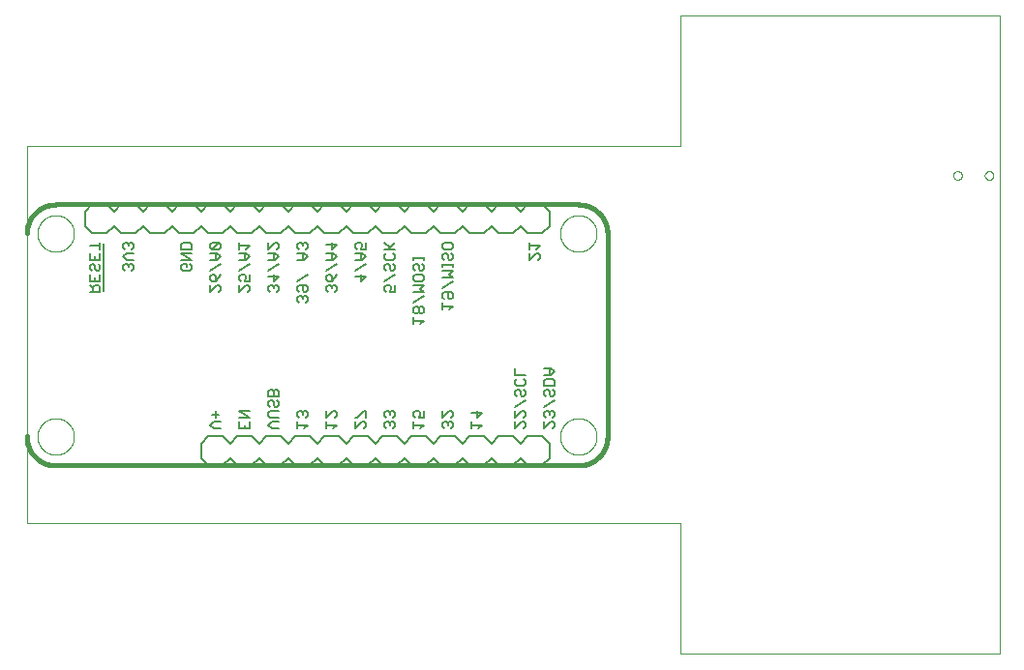
<source format=gbo>
G75*
%MOIN*%
%OFA0B0*%
%FSLAX25Y25*%
%IPPOS*%
%LPD*%
%AMOC8*
5,1,8,0,0,1.08239X$1,22.5*
%
%ADD10C,0.00000*%
%ADD11C,0.01600*%
%ADD12C,0.00600*%
%ADD13C,0.00800*%
D10*
X0001800Y0047550D02*
X0226800Y0047550D01*
X0226800Y0002550D01*
X0336800Y0002550D01*
X0336800Y0222550D01*
X0226800Y0222550D01*
X0226800Y0177550D01*
X0001800Y0177550D01*
X0001800Y0047550D01*
X0005501Y0077550D02*
X0005503Y0077708D01*
X0005509Y0077866D01*
X0005519Y0078024D01*
X0005533Y0078182D01*
X0005551Y0078339D01*
X0005572Y0078496D01*
X0005598Y0078652D01*
X0005628Y0078808D01*
X0005661Y0078963D01*
X0005699Y0079116D01*
X0005740Y0079269D01*
X0005785Y0079421D01*
X0005834Y0079572D01*
X0005887Y0079721D01*
X0005943Y0079869D01*
X0006003Y0080015D01*
X0006067Y0080160D01*
X0006135Y0080303D01*
X0006206Y0080445D01*
X0006280Y0080585D01*
X0006358Y0080722D01*
X0006440Y0080858D01*
X0006524Y0080992D01*
X0006613Y0081123D01*
X0006704Y0081252D01*
X0006799Y0081379D01*
X0006896Y0081504D01*
X0006997Y0081626D01*
X0007101Y0081745D01*
X0007208Y0081862D01*
X0007318Y0081976D01*
X0007431Y0082087D01*
X0007546Y0082196D01*
X0007664Y0082301D01*
X0007785Y0082403D01*
X0007908Y0082503D01*
X0008034Y0082599D01*
X0008162Y0082692D01*
X0008292Y0082782D01*
X0008425Y0082868D01*
X0008560Y0082952D01*
X0008696Y0083031D01*
X0008835Y0083108D01*
X0008976Y0083180D01*
X0009118Y0083250D01*
X0009262Y0083315D01*
X0009408Y0083377D01*
X0009555Y0083435D01*
X0009704Y0083490D01*
X0009854Y0083541D01*
X0010005Y0083588D01*
X0010157Y0083631D01*
X0010310Y0083670D01*
X0010465Y0083706D01*
X0010620Y0083737D01*
X0010776Y0083765D01*
X0010932Y0083789D01*
X0011089Y0083809D01*
X0011247Y0083825D01*
X0011404Y0083837D01*
X0011563Y0083845D01*
X0011721Y0083849D01*
X0011879Y0083849D01*
X0012037Y0083845D01*
X0012196Y0083837D01*
X0012353Y0083825D01*
X0012511Y0083809D01*
X0012668Y0083789D01*
X0012824Y0083765D01*
X0012980Y0083737D01*
X0013135Y0083706D01*
X0013290Y0083670D01*
X0013443Y0083631D01*
X0013595Y0083588D01*
X0013746Y0083541D01*
X0013896Y0083490D01*
X0014045Y0083435D01*
X0014192Y0083377D01*
X0014338Y0083315D01*
X0014482Y0083250D01*
X0014624Y0083180D01*
X0014765Y0083108D01*
X0014904Y0083031D01*
X0015040Y0082952D01*
X0015175Y0082868D01*
X0015308Y0082782D01*
X0015438Y0082692D01*
X0015566Y0082599D01*
X0015692Y0082503D01*
X0015815Y0082403D01*
X0015936Y0082301D01*
X0016054Y0082196D01*
X0016169Y0082087D01*
X0016282Y0081976D01*
X0016392Y0081862D01*
X0016499Y0081745D01*
X0016603Y0081626D01*
X0016704Y0081504D01*
X0016801Y0081379D01*
X0016896Y0081252D01*
X0016987Y0081123D01*
X0017076Y0080992D01*
X0017160Y0080858D01*
X0017242Y0080722D01*
X0017320Y0080585D01*
X0017394Y0080445D01*
X0017465Y0080303D01*
X0017533Y0080160D01*
X0017597Y0080015D01*
X0017657Y0079869D01*
X0017713Y0079721D01*
X0017766Y0079572D01*
X0017815Y0079421D01*
X0017860Y0079269D01*
X0017901Y0079116D01*
X0017939Y0078963D01*
X0017972Y0078808D01*
X0018002Y0078652D01*
X0018028Y0078496D01*
X0018049Y0078339D01*
X0018067Y0078182D01*
X0018081Y0078024D01*
X0018091Y0077866D01*
X0018097Y0077708D01*
X0018099Y0077550D01*
X0018097Y0077392D01*
X0018091Y0077234D01*
X0018081Y0077076D01*
X0018067Y0076918D01*
X0018049Y0076761D01*
X0018028Y0076604D01*
X0018002Y0076448D01*
X0017972Y0076292D01*
X0017939Y0076137D01*
X0017901Y0075984D01*
X0017860Y0075831D01*
X0017815Y0075679D01*
X0017766Y0075528D01*
X0017713Y0075379D01*
X0017657Y0075231D01*
X0017597Y0075085D01*
X0017533Y0074940D01*
X0017465Y0074797D01*
X0017394Y0074655D01*
X0017320Y0074515D01*
X0017242Y0074378D01*
X0017160Y0074242D01*
X0017076Y0074108D01*
X0016987Y0073977D01*
X0016896Y0073848D01*
X0016801Y0073721D01*
X0016704Y0073596D01*
X0016603Y0073474D01*
X0016499Y0073355D01*
X0016392Y0073238D01*
X0016282Y0073124D01*
X0016169Y0073013D01*
X0016054Y0072904D01*
X0015936Y0072799D01*
X0015815Y0072697D01*
X0015692Y0072597D01*
X0015566Y0072501D01*
X0015438Y0072408D01*
X0015308Y0072318D01*
X0015175Y0072232D01*
X0015040Y0072148D01*
X0014904Y0072069D01*
X0014765Y0071992D01*
X0014624Y0071920D01*
X0014482Y0071850D01*
X0014338Y0071785D01*
X0014192Y0071723D01*
X0014045Y0071665D01*
X0013896Y0071610D01*
X0013746Y0071559D01*
X0013595Y0071512D01*
X0013443Y0071469D01*
X0013290Y0071430D01*
X0013135Y0071394D01*
X0012980Y0071363D01*
X0012824Y0071335D01*
X0012668Y0071311D01*
X0012511Y0071291D01*
X0012353Y0071275D01*
X0012196Y0071263D01*
X0012037Y0071255D01*
X0011879Y0071251D01*
X0011721Y0071251D01*
X0011563Y0071255D01*
X0011404Y0071263D01*
X0011247Y0071275D01*
X0011089Y0071291D01*
X0010932Y0071311D01*
X0010776Y0071335D01*
X0010620Y0071363D01*
X0010465Y0071394D01*
X0010310Y0071430D01*
X0010157Y0071469D01*
X0010005Y0071512D01*
X0009854Y0071559D01*
X0009704Y0071610D01*
X0009555Y0071665D01*
X0009408Y0071723D01*
X0009262Y0071785D01*
X0009118Y0071850D01*
X0008976Y0071920D01*
X0008835Y0071992D01*
X0008696Y0072069D01*
X0008560Y0072148D01*
X0008425Y0072232D01*
X0008292Y0072318D01*
X0008162Y0072408D01*
X0008034Y0072501D01*
X0007908Y0072597D01*
X0007785Y0072697D01*
X0007664Y0072799D01*
X0007546Y0072904D01*
X0007431Y0073013D01*
X0007318Y0073124D01*
X0007208Y0073238D01*
X0007101Y0073355D01*
X0006997Y0073474D01*
X0006896Y0073596D01*
X0006799Y0073721D01*
X0006704Y0073848D01*
X0006613Y0073977D01*
X0006524Y0074108D01*
X0006440Y0074242D01*
X0006358Y0074378D01*
X0006280Y0074515D01*
X0006206Y0074655D01*
X0006135Y0074797D01*
X0006067Y0074940D01*
X0006003Y0075085D01*
X0005943Y0075231D01*
X0005887Y0075379D01*
X0005834Y0075528D01*
X0005785Y0075679D01*
X0005740Y0075831D01*
X0005699Y0075984D01*
X0005661Y0076137D01*
X0005628Y0076292D01*
X0005598Y0076448D01*
X0005572Y0076604D01*
X0005551Y0076761D01*
X0005533Y0076918D01*
X0005519Y0077076D01*
X0005509Y0077234D01*
X0005503Y0077392D01*
X0005501Y0077550D01*
X0005501Y0147550D02*
X0005503Y0147708D01*
X0005509Y0147866D01*
X0005519Y0148024D01*
X0005533Y0148182D01*
X0005551Y0148339D01*
X0005572Y0148496D01*
X0005598Y0148652D01*
X0005628Y0148808D01*
X0005661Y0148963D01*
X0005699Y0149116D01*
X0005740Y0149269D01*
X0005785Y0149421D01*
X0005834Y0149572D01*
X0005887Y0149721D01*
X0005943Y0149869D01*
X0006003Y0150015D01*
X0006067Y0150160D01*
X0006135Y0150303D01*
X0006206Y0150445D01*
X0006280Y0150585D01*
X0006358Y0150722D01*
X0006440Y0150858D01*
X0006524Y0150992D01*
X0006613Y0151123D01*
X0006704Y0151252D01*
X0006799Y0151379D01*
X0006896Y0151504D01*
X0006997Y0151626D01*
X0007101Y0151745D01*
X0007208Y0151862D01*
X0007318Y0151976D01*
X0007431Y0152087D01*
X0007546Y0152196D01*
X0007664Y0152301D01*
X0007785Y0152403D01*
X0007908Y0152503D01*
X0008034Y0152599D01*
X0008162Y0152692D01*
X0008292Y0152782D01*
X0008425Y0152868D01*
X0008560Y0152952D01*
X0008696Y0153031D01*
X0008835Y0153108D01*
X0008976Y0153180D01*
X0009118Y0153250D01*
X0009262Y0153315D01*
X0009408Y0153377D01*
X0009555Y0153435D01*
X0009704Y0153490D01*
X0009854Y0153541D01*
X0010005Y0153588D01*
X0010157Y0153631D01*
X0010310Y0153670D01*
X0010465Y0153706D01*
X0010620Y0153737D01*
X0010776Y0153765D01*
X0010932Y0153789D01*
X0011089Y0153809D01*
X0011247Y0153825D01*
X0011404Y0153837D01*
X0011563Y0153845D01*
X0011721Y0153849D01*
X0011879Y0153849D01*
X0012037Y0153845D01*
X0012196Y0153837D01*
X0012353Y0153825D01*
X0012511Y0153809D01*
X0012668Y0153789D01*
X0012824Y0153765D01*
X0012980Y0153737D01*
X0013135Y0153706D01*
X0013290Y0153670D01*
X0013443Y0153631D01*
X0013595Y0153588D01*
X0013746Y0153541D01*
X0013896Y0153490D01*
X0014045Y0153435D01*
X0014192Y0153377D01*
X0014338Y0153315D01*
X0014482Y0153250D01*
X0014624Y0153180D01*
X0014765Y0153108D01*
X0014904Y0153031D01*
X0015040Y0152952D01*
X0015175Y0152868D01*
X0015308Y0152782D01*
X0015438Y0152692D01*
X0015566Y0152599D01*
X0015692Y0152503D01*
X0015815Y0152403D01*
X0015936Y0152301D01*
X0016054Y0152196D01*
X0016169Y0152087D01*
X0016282Y0151976D01*
X0016392Y0151862D01*
X0016499Y0151745D01*
X0016603Y0151626D01*
X0016704Y0151504D01*
X0016801Y0151379D01*
X0016896Y0151252D01*
X0016987Y0151123D01*
X0017076Y0150992D01*
X0017160Y0150858D01*
X0017242Y0150722D01*
X0017320Y0150585D01*
X0017394Y0150445D01*
X0017465Y0150303D01*
X0017533Y0150160D01*
X0017597Y0150015D01*
X0017657Y0149869D01*
X0017713Y0149721D01*
X0017766Y0149572D01*
X0017815Y0149421D01*
X0017860Y0149269D01*
X0017901Y0149116D01*
X0017939Y0148963D01*
X0017972Y0148808D01*
X0018002Y0148652D01*
X0018028Y0148496D01*
X0018049Y0148339D01*
X0018067Y0148182D01*
X0018081Y0148024D01*
X0018091Y0147866D01*
X0018097Y0147708D01*
X0018099Y0147550D01*
X0018097Y0147392D01*
X0018091Y0147234D01*
X0018081Y0147076D01*
X0018067Y0146918D01*
X0018049Y0146761D01*
X0018028Y0146604D01*
X0018002Y0146448D01*
X0017972Y0146292D01*
X0017939Y0146137D01*
X0017901Y0145984D01*
X0017860Y0145831D01*
X0017815Y0145679D01*
X0017766Y0145528D01*
X0017713Y0145379D01*
X0017657Y0145231D01*
X0017597Y0145085D01*
X0017533Y0144940D01*
X0017465Y0144797D01*
X0017394Y0144655D01*
X0017320Y0144515D01*
X0017242Y0144378D01*
X0017160Y0144242D01*
X0017076Y0144108D01*
X0016987Y0143977D01*
X0016896Y0143848D01*
X0016801Y0143721D01*
X0016704Y0143596D01*
X0016603Y0143474D01*
X0016499Y0143355D01*
X0016392Y0143238D01*
X0016282Y0143124D01*
X0016169Y0143013D01*
X0016054Y0142904D01*
X0015936Y0142799D01*
X0015815Y0142697D01*
X0015692Y0142597D01*
X0015566Y0142501D01*
X0015438Y0142408D01*
X0015308Y0142318D01*
X0015175Y0142232D01*
X0015040Y0142148D01*
X0014904Y0142069D01*
X0014765Y0141992D01*
X0014624Y0141920D01*
X0014482Y0141850D01*
X0014338Y0141785D01*
X0014192Y0141723D01*
X0014045Y0141665D01*
X0013896Y0141610D01*
X0013746Y0141559D01*
X0013595Y0141512D01*
X0013443Y0141469D01*
X0013290Y0141430D01*
X0013135Y0141394D01*
X0012980Y0141363D01*
X0012824Y0141335D01*
X0012668Y0141311D01*
X0012511Y0141291D01*
X0012353Y0141275D01*
X0012196Y0141263D01*
X0012037Y0141255D01*
X0011879Y0141251D01*
X0011721Y0141251D01*
X0011563Y0141255D01*
X0011404Y0141263D01*
X0011247Y0141275D01*
X0011089Y0141291D01*
X0010932Y0141311D01*
X0010776Y0141335D01*
X0010620Y0141363D01*
X0010465Y0141394D01*
X0010310Y0141430D01*
X0010157Y0141469D01*
X0010005Y0141512D01*
X0009854Y0141559D01*
X0009704Y0141610D01*
X0009555Y0141665D01*
X0009408Y0141723D01*
X0009262Y0141785D01*
X0009118Y0141850D01*
X0008976Y0141920D01*
X0008835Y0141992D01*
X0008696Y0142069D01*
X0008560Y0142148D01*
X0008425Y0142232D01*
X0008292Y0142318D01*
X0008162Y0142408D01*
X0008034Y0142501D01*
X0007908Y0142597D01*
X0007785Y0142697D01*
X0007664Y0142799D01*
X0007546Y0142904D01*
X0007431Y0143013D01*
X0007318Y0143124D01*
X0007208Y0143238D01*
X0007101Y0143355D01*
X0006997Y0143474D01*
X0006896Y0143596D01*
X0006799Y0143721D01*
X0006704Y0143848D01*
X0006613Y0143977D01*
X0006524Y0144108D01*
X0006440Y0144242D01*
X0006358Y0144378D01*
X0006280Y0144515D01*
X0006206Y0144655D01*
X0006135Y0144797D01*
X0006067Y0144940D01*
X0006003Y0145085D01*
X0005943Y0145231D01*
X0005887Y0145379D01*
X0005834Y0145528D01*
X0005785Y0145679D01*
X0005740Y0145831D01*
X0005699Y0145984D01*
X0005661Y0146137D01*
X0005628Y0146292D01*
X0005598Y0146448D01*
X0005572Y0146604D01*
X0005551Y0146761D01*
X0005533Y0146918D01*
X0005519Y0147076D01*
X0005509Y0147234D01*
X0005503Y0147392D01*
X0005501Y0147550D01*
X0185501Y0147550D02*
X0185503Y0147708D01*
X0185509Y0147866D01*
X0185519Y0148024D01*
X0185533Y0148182D01*
X0185551Y0148339D01*
X0185572Y0148496D01*
X0185598Y0148652D01*
X0185628Y0148808D01*
X0185661Y0148963D01*
X0185699Y0149116D01*
X0185740Y0149269D01*
X0185785Y0149421D01*
X0185834Y0149572D01*
X0185887Y0149721D01*
X0185943Y0149869D01*
X0186003Y0150015D01*
X0186067Y0150160D01*
X0186135Y0150303D01*
X0186206Y0150445D01*
X0186280Y0150585D01*
X0186358Y0150722D01*
X0186440Y0150858D01*
X0186524Y0150992D01*
X0186613Y0151123D01*
X0186704Y0151252D01*
X0186799Y0151379D01*
X0186896Y0151504D01*
X0186997Y0151626D01*
X0187101Y0151745D01*
X0187208Y0151862D01*
X0187318Y0151976D01*
X0187431Y0152087D01*
X0187546Y0152196D01*
X0187664Y0152301D01*
X0187785Y0152403D01*
X0187908Y0152503D01*
X0188034Y0152599D01*
X0188162Y0152692D01*
X0188292Y0152782D01*
X0188425Y0152868D01*
X0188560Y0152952D01*
X0188696Y0153031D01*
X0188835Y0153108D01*
X0188976Y0153180D01*
X0189118Y0153250D01*
X0189262Y0153315D01*
X0189408Y0153377D01*
X0189555Y0153435D01*
X0189704Y0153490D01*
X0189854Y0153541D01*
X0190005Y0153588D01*
X0190157Y0153631D01*
X0190310Y0153670D01*
X0190465Y0153706D01*
X0190620Y0153737D01*
X0190776Y0153765D01*
X0190932Y0153789D01*
X0191089Y0153809D01*
X0191247Y0153825D01*
X0191404Y0153837D01*
X0191563Y0153845D01*
X0191721Y0153849D01*
X0191879Y0153849D01*
X0192037Y0153845D01*
X0192196Y0153837D01*
X0192353Y0153825D01*
X0192511Y0153809D01*
X0192668Y0153789D01*
X0192824Y0153765D01*
X0192980Y0153737D01*
X0193135Y0153706D01*
X0193290Y0153670D01*
X0193443Y0153631D01*
X0193595Y0153588D01*
X0193746Y0153541D01*
X0193896Y0153490D01*
X0194045Y0153435D01*
X0194192Y0153377D01*
X0194338Y0153315D01*
X0194482Y0153250D01*
X0194624Y0153180D01*
X0194765Y0153108D01*
X0194904Y0153031D01*
X0195040Y0152952D01*
X0195175Y0152868D01*
X0195308Y0152782D01*
X0195438Y0152692D01*
X0195566Y0152599D01*
X0195692Y0152503D01*
X0195815Y0152403D01*
X0195936Y0152301D01*
X0196054Y0152196D01*
X0196169Y0152087D01*
X0196282Y0151976D01*
X0196392Y0151862D01*
X0196499Y0151745D01*
X0196603Y0151626D01*
X0196704Y0151504D01*
X0196801Y0151379D01*
X0196896Y0151252D01*
X0196987Y0151123D01*
X0197076Y0150992D01*
X0197160Y0150858D01*
X0197242Y0150722D01*
X0197320Y0150585D01*
X0197394Y0150445D01*
X0197465Y0150303D01*
X0197533Y0150160D01*
X0197597Y0150015D01*
X0197657Y0149869D01*
X0197713Y0149721D01*
X0197766Y0149572D01*
X0197815Y0149421D01*
X0197860Y0149269D01*
X0197901Y0149116D01*
X0197939Y0148963D01*
X0197972Y0148808D01*
X0198002Y0148652D01*
X0198028Y0148496D01*
X0198049Y0148339D01*
X0198067Y0148182D01*
X0198081Y0148024D01*
X0198091Y0147866D01*
X0198097Y0147708D01*
X0198099Y0147550D01*
X0198097Y0147392D01*
X0198091Y0147234D01*
X0198081Y0147076D01*
X0198067Y0146918D01*
X0198049Y0146761D01*
X0198028Y0146604D01*
X0198002Y0146448D01*
X0197972Y0146292D01*
X0197939Y0146137D01*
X0197901Y0145984D01*
X0197860Y0145831D01*
X0197815Y0145679D01*
X0197766Y0145528D01*
X0197713Y0145379D01*
X0197657Y0145231D01*
X0197597Y0145085D01*
X0197533Y0144940D01*
X0197465Y0144797D01*
X0197394Y0144655D01*
X0197320Y0144515D01*
X0197242Y0144378D01*
X0197160Y0144242D01*
X0197076Y0144108D01*
X0196987Y0143977D01*
X0196896Y0143848D01*
X0196801Y0143721D01*
X0196704Y0143596D01*
X0196603Y0143474D01*
X0196499Y0143355D01*
X0196392Y0143238D01*
X0196282Y0143124D01*
X0196169Y0143013D01*
X0196054Y0142904D01*
X0195936Y0142799D01*
X0195815Y0142697D01*
X0195692Y0142597D01*
X0195566Y0142501D01*
X0195438Y0142408D01*
X0195308Y0142318D01*
X0195175Y0142232D01*
X0195040Y0142148D01*
X0194904Y0142069D01*
X0194765Y0141992D01*
X0194624Y0141920D01*
X0194482Y0141850D01*
X0194338Y0141785D01*
X0194192Y0141723D01*
X0194045Y0141665D01*
X0193896Y0141610D01*
X0193746Y0141559D01*
X0193595Y0141512D01*
X0193443Y0141469D01*
X0193290Y0141430D01*
X0193135Y0141394D01*
X0192980Y0141363D01*
X0192824Y0141335D01*
X0192668Y0141311D01*
X0192511Y0141291D01*
X0192353Y0141275D01*
X0192196Y0141263D01*
X0192037Y0141255D01*
X0191879Y0141251D01*
X0191721Y0141251D01*
X0191563Y0141255D01*
X0191404Y0141263D01*
X0191247Y0141275D01*
X0191089Y0141291D01*
X0190932Y0141311D01*
X0190776Y0141335D01*
X0190620Y0141363D01*
X0190465Y0141394D01*
X0190310Y0141430D01*
X0190157Y0141469D01*
X0190005Y0141512D01*
X0189854Y0141559D01*
X0189704Y0141610D01*
X0189555Y0141665D01*
X0189408Y0141723D01*
X0189262Y0141785D01*
X0189118Y0141850D01*
X0188976Y0141920D01*
X0188835Y0141992D01*
X0188696Y0142069D01*
X0188560Y0142148D01*
X0188425Y0142232D01*
X0188292Y0142318D01*
X0188162Y0142408D01*
X0188034Y0142501D01*
X0187908Y0142597D01*
X0187785Y0142697D01*
X0187664Y0142799D01*
X0187546Y0142904D01*
X0187431Y0143013D01*
X0187318Y0143124D01*
X0187208Y0143238D01*
X0187101Y0143355D01*
X0186997Y0143474D01*
X0186896Y0143596D01*
X0186799Y0143721D01*
X0186704Y0143848D01*
X0186613Y0143977D01*
X0186524Y0144108D01*
X0186440Y0144242D01*
X0186358Y0144378D01*
X0186280Y0144515D01*
X0186206Y0144655D01*
X0186135Y0144797D01*
X0186067Y0144940D01*
X0186003Y0145085D01*
X0185943Y0145231D01*
X0185887Y0145379D01*
X0185834Y0145528D01*
X0185785Y0145679D01*
X0185740Y0145831D01*
X0185699Y0145984D01*
X0185661Y0146137D01*
X0185628Y0146292D01*
X0185598Y0146448D01*
X0185572Y0146604D01*
X0185551Y0146761D01*
X0185533Y0146918D01*
X0185519Y0147076D01*
X0185509Y0147234D01*
X0185503Y0147392D01*
X0185501Y0147550D01*
X0185501Y0077550D02*
X0185503Y0077708D01*
X0185509Y0077866D01*
X0185519Y0078024D01*
X0185533Y0078182D01*
X0185551Y0078339D01*
X0185572Y0078496D01*
X0185598Y0078652D01*
X0185628Y0078808D01*
X0185661Y0078963D01*
X0185699Y0079116D01*
X0185740Y0079269D01*
X0185785Y0079421D01*
X0185834Y0079572D01*
X0185887Y0079721D01*
X0185943Y0079869D01*
X0186003Y0080015D01*
X0186067Y0080160D01*
X0186135Y0080303D01*
X0186206Y0080445D01*
X0186280Y0080585D01*
X0186358Y0080722D01*
X0186440Y0080858D01*
X0186524Y0080992D01*
X0186613Y0081123D01*
X0186704Y0081252D01*
X0186799Y0081379D01*
X0186896Y0081504D01*
X0186997Y0081626D01*
X0187101Y0081745D01*
X0187208Y0081862D01*
X0187318Y0081976D01*
X0187431Y0082087D01*
X0187546Y0082196D01*
X0187664Y0082301D01*
X0187785Y0082403D01*
X0187908Y0082503D01*
X0188034Y0082599D01*
X0188162Y0082692D01*
X0188292Y0082782D01*
X0188425Y0082868D01*
X0188560Y0082952D01*
X0188696Y0083031D01*
X0188835Y0083108D01*
X0188976Y0083180D01*
X0189118Y0083250D01*
X0189262Y0083315D01*
X0189408Y0083377D01*
X0189555Y0083435D01*
X0189704Y0083490D01*
X0189854Y0083541D01*
X0190005Y0083588D01*
X0190157Y0083631D01*
X0190310Y0083670D01*
X0190465Y0083706D01*
X0190620Y0083737D01*
X0190776Y0083765D01*
X0190932Y0083789D01*
X0191089Y0083809D01*
X0191247Y0083825D01*
X0191404Y0083837D01*
X0191563Y0083845D01*
X0191721Y0083849D01*
X0191879Y0083849D01*
X0192037Y0083845D01*
X0192196Y0083837D01*
X0192353Y0083825D01*
X0192511Y0083809D01*
X0192668Y0083789D01*
X0192824Y0083765D01*
X0192980Y0083737D01*
X0193135Y0083706D01*
X0193290Y0083670D01*
X0193443Y0083631D01*
X0193595Y0083588D01*
X0193746Y0083541D01*
X0193896Y0083490D01*
X0194045Y0083435D01*
X0194192Y0083377D01*
X0194338Y0083315D01*
X0194482Y0083250D01*
X0194624Y0083180D01*
X0194765Y0083108D01*
X0194904Y0083031D01*
X0195040Y0082952D01*
X0195175Y0082868D01*
X0195308Y0082782D01*
X0195438Y0082692D01*
X0195566Y0082599D01*
X0195692Y0082503D01*
X0195815Y0082403D01*
X0195936Y0082301D01*
X0196054Y0082196D01*
X0196169Y0082087D01*
X0196282Y0081976D01*
X0196392Y0081862D01*
X0196499Y0081745D01*
X0196603Y0081626D01*
X0196704Y0081504D01*
X0196801Y0081379D01*
X0196896Y0081252D01*
X0196987Y0081123D01*
X0197076Y0080992D01*
X0197160Y0080858D01*
X0197242Y0080722D01*
X0197320Y0080585D01*
X0197394Y0080445D01*
X0197465Y0080303D01*
X0197533Y0080160D01*
X0197597Y0080015D01*
X0197657Y0079869D01*
X0197713Y0079721D01*
X0197766Y0079572D01*
X0197815Y0079421D01*
X0197860Y0079269D01*
X0197901Y0079116D01*
X0197939Y0078963D01*
X0197972Y0078808D01*
X0198002Y0078652D01*
X0198028Y0078496D01*
X0198049Y0078339D01*
X0198067Y0078182D01*
X0198081Y0078024D01*
X0198091Y0077866D01*
X0198097Y0077708D01*
X0198099Y0077550D01*
X0198097Y0077392D01*
X0198091Y0077234D01*
X0198081Y0077076D01*
X0198067Y0076918D01*
X0198049Y0076761D01*
X0198028Y0076604D01*
X0198002Y0076448D01*
X0197972Y0076292D01*
X0197939Y0076137D01*
X0197901Y0075984D01*
X0197860Y0075831D01*
X0197815Y0075679D01*
X0197766Y0075528D01*
X0197713Y0075379D01*
X0197657Y0075231D01*
X0197597Y0075085D01*
X0197533Y0074940D01*
X0197465Y0074797D01*
X0197394Y0074655D01*
X0197320Y0074515D01*
X0197242Y0074378D01*
X0197160Y0074242D01*
X0197076Y0074108D01*
X0196987Y0073977D01*
X0196896Y0073848D01*
X0196801Y0073721D01*
X0196704Y0073596D01*
X0196603Y0073474D01*
X0196499Y0073355D01*
X0196392Y0073238D01*
X0196282Y0073124D01*
X0196169Y0073013D01*
X0196054Y0072904D01*
X0195936Y0072799D01*
X0195815Y0072697D01*
X0195692Y0072597D01*
X0195566Y0072501D01*
X0195438Y0072408D01*
X0195308Y0072318D01*
X0195175Y0072232D01*
X0195040Y0072148D01*
X0194904Y0072069D01*
X0194765Y0071992D01*
X0194624Y0071920D01*
X0194482Y0071850D01*
X0194338Y0071785D01*
X0194192Y0071723D01*
X0194045Y0071665D01*
X0193896Y0071610D01*
X0193746Y0071559D01*
X0193595Y0071512D01*
X0193443Y0071469D01*
X0193290Y0071430D01*
X0193135Y0071394D01*
X0192980Y0071363D01*
X0192824Y0071335D01*
X0192668Y0071311D01*
X0192511Y0071291D01*
X0192353Y0071275D01*
X0192196Y0071263D01*
X0192037Y0071255D01*
X0191879Y0071251D01*
X0191721Y0071251D01*
X0191563Y0071255D01*
X0191404Y0071263D01*
X0191247Y0071275D01*
X0191089Y0071291D01*
X0190932Y0071311D01*
X0190776Y0071335D01*
X0190620Y0071363D01*
X0190465Y0071394D01*
X0190310Y0071430D01*
X0190157Y0071469D01*
X0190005Y0071512D01*
X0189854Y0071559D01*
X0189704Y0071610D01*
X0189555Y0071665D01*
X0189408Y0071723D01*
X0189262Y0071785D01*
X0189118Y0071850D01*
X0188976Y0071920D01*
X0188835Y0071992D01*
X0188696Y0072069D01*
X0188560Y0072148D01*
X0188425Y0072232D01*
X0188292Y0072318D01*
X0188162Y0072408D01*
X0188034Y0072501D01*
X0187908Y0072597D01*
X0187785Y0072697D01*
X0187664Y0072799D01*
X0187546Y0072904D01*
X0187431Y0073013D01*
X0187318Y0073124D01*
X0187208Y0073238D01*
X0187101Y0073355D01*
X0186997Y0073474D01*
X0186896Y0073596D01*
X0186799Y0073721D01*
X0186704Y0073848D01*
X0186613Y0073977D01*
X0186524Y0074108D01*
X0186440Y0074242D01*
X0186358Y0074378D01*
X0186280Y0074515D01*
X0186206Y0074655D01*
X0186135Y0074797D01*
X0186067Y0074940D01*
X0186003Y0075085D01*
X0185943Y0075231D01*
X0185887Y0075379D01*
X0185834Y0075528D01*
X0185785Y0075679D01*
X0185740Y0075831D01*
X0185699Y0075984D01*
X0185661Y0076137D01*
X0185628Y0076292D01*
X0185598Y0076448D01*
X0185572Y0076604D01*
X0185551Y0076761D01*
X0185533Y0076918D01*
X0185519Y0077076D01*
X0185509Y0077234D01*
X0185503Y0077392D01*
X0185501Y0077550D01*
X0320911Y0167550D02*
X0320913Y0167627D01*
X0320919Y0167703D01*
X0320929Y0167779D01*
X0320943Y0167854D01*
X0320960Y0167929D01*
X0320982Y0168002D01*
X0321007Y0168075D01*
X0321037Y0168146D01*
X0321069Y0168215D01*
X0321106Y0168282D01*
X0321145Y0168348D01*
X0321188Y0168411D01*
X0321235Y0168472D01*
X0321284Y0168531D01*
X0321337Y0168587D01*
X0321392Y0168640D01*
X0321450Y0168690D01*
X0321510Y0168737D01*
X0321573Y0168781D01*
X0321638Y0168822D01*
X0321705Y0168859D01*
X0321774Y0168893D01*
X0321844Y0168923D01*
X0321916Y0168949D01*
X0321990Y0168971D01*
X0322064Y0168990D01*
X0322139Y0169005D01*
X0322215Y0169016D01*
X0322291Y0169023D01*
X0322368Y0169026D01*
X0322444Y0169025D01*
X0322521Y0169020D01*
X0322597Y0169011D01*
X0322673Y0168998D01*
X0322747Y0168981D01*
X0322821Y0168961D01*
X0322894Y0168936D01*
X0322965Y0168908D01*
X0323035Y0168876D01*
X0323103Y0168841D01*
X0323169Y0168802D01*
X0323233Y0168760D01*
X0323294Y0168714D01*
X0323354Y0168665D01*
X0323410Y0168614D01*
X0323464Y0168559D01*
X0323515Y0168502D01*
X0323563Y0168442D01*
X0323608Y0168380D01*
X0323649Y0168315D01*
X0323687Y0168249D01*
X0323722Y0168181D01*
X0323752Y0168110D01*
X0323780Y0168039D01*
X0323803Y0167966D01*
X0323823Y0167892D01*
X0323839Y0167817D01*
X0323851Y0167741D01*
X0323859Y0167665D01*
X0323863Y0167588D01*
X0323863Y0167512D01*
X0323859Y0167435D01*
X0323851Y0167359D01*
X0323839Y0167283D01*
X0323823Y0167208D01*
X0323803Y0167134D01*
X0323780Y0167061D01*
X0323752Y0166990D01*
X0323722Y0166919D01*
X0323687Y0166851D01*
X0323649Y0166785D01*
X0323608Y0166720D01*
X0323563Y0166658D01*
X0323515Y0166598D01*
X0323464Y0166541D01*
X0323410Y0166486D01*
X0323354Y0166435D01*
X0323294Y0166386D01*
X0323233Y0166340D01*
X0323169Y0166298D01*
X0323103Y0166259D01*
X0323035Y0166224D01*
X0322965Y0166192D01*
X0322894Y0166164D01*
X0322821Y0166139D01*
X0322747Y0166119D01*
X0322673Y0166102D01*
X0322597Y0166089D01*
X0322521Y0166080D01*
X0322444Y0166075D01*
X0322368Y0166074D01*
X0322291Y0166077D01*
X0322215Y0166084D01*
X0322139Y0166095D01*
X0322064Y0166110D01*
X0321990Y0166129D01*
X0321916Y0166151D01*
X0321844Y0166177D01*
X0321774Y0166207D01*
X0321705Y0166241D01*
X0321638Y0166278D01*
X0321573Y0166319D01*
X0321510Y0166363D01*
X0321450Y0166410D01*
X0321392Y0166460D01*
X0321337Y0166513D01*
X0321284Y0166569D01*
X0321235Y0166628D01*
X0321188Y0166689D01*
X0321145Y0166752D01*
X0321106Y0166818D01*
X0321069Y0166885D01*
X0321037Y0166954D01*
X0321007Y0167025D01*
X0320982Y0167098D01*
X0320960Y0167171D01*
X0320943Y0167246D01*
X0320929Y0167321D01*
X0320919Y0167397D01*
X0320913Y0167473D01*
X0320911Y0167550D01*
X0331737Y0167550D02*
X0331739Y0167627D01*
X0331745Y0167703D01*
X0331755Y0167779D01*
X0331769Y0167854D01*
X0331786Y0167929D01*
X0331808Y0168002D01*
X0331833Y0168075D01*
X0331863Y0168146D01*
X0331895Y0168215D01*
X0331932Y0168282D01*
X0331971Y0168348D01*
X0332014Y0168411D01*
X0332061Y0168472D01*
X0332110Y0168531D01*
X0332163Y0168587D01*
X0332218Y0168640D01*
X0332276Y0168690D01*
X0332336Y0168737D01*
X0332399Y0168781D01*
X0332464Y0168822D01*
X0332531Y0168859D01*
X0332600Y0168893D01*
X0332670Y0168923D01*
X0332742Y0168949D01*
X0332816Y0168971D01*
X0332890Y0168990D01*
X0332965Y0169005D01*
X0333041Y0169016D01*
X0333117Y0169023D01*
X0333194Y0169026D01*
X0333270Y0169025D01*
X0333347Y0169020D01*
X0333423Y0169011D01*
X0333499Y0168998D01*
X0333573Y0168981D01*
X0333647Y0168961D01*
X0333720Y0168936D01*
X0333791Y0168908D01*
X0333861Y0168876D01*
X0333929Y0168841D01*
X0333995Y0168802D01*
X0334059Y0168760D01*
X0334120Y0168714D01*
X0334180Y0168665D01*
X0334236Y0168614D01*
X0334290Y0168559D01*
X0334341Y0168502D01*
X0334389Y0168442D01*
X0334434Y0168380D01*
X0334475Y0168315D01*
X0334513Y0168249D01*
X0334548Y0168181D01*
X0334578Y0168110D01*
X0334606Y0168039D01*
X0334629Y0167966D01*
X0334649Y0167892D01*
X0334665Y0167817D01*
X0334677Y0167741D01*
X0334685Y0167665D01*
X0334689Y0167588D01*
X0334689Y0167512D01*
X0334685Y0167435D01*
X0334677Y0167359D01*
X0334665Y0167283D01*
X0334649Y0167208D01*
X0334629Y0167134D01*
X0334606Y0167061D01*
X0334578Y0166990D01*
X0334548Y0166919D01*
X0334513Y0166851D01*
X0334475Y0166785D01*
X0334434Y0166720D01*
X0334389Y0166658D01*
X0334341Y0166598D01*
X0334290Y0166541D01*
X0334236Y0166486D01*
X0334180Y0166435D01*
X0334120Y0166386D01*
X0334059Y0166340D01*
X0333995Y0166298D01*
X0333929Y0166259D01*
X0333861Y0166224D01*
X0333791Y0166192D01*
X0333720Y0166164D01*
X0333647Y0166139D01*
X0333573Y0166119D01*
X0333499Y0166102D01*
X0333423Y0166089D01*
X0333347Y0166080D01*
X0333270Y0166075D01*
X0333194Y0166074D01*
X0333117Y0166077D01*
X0333041Y0166084D01*
X0332965Y0166095D01*
X0332890Y0166110D01*
X0332816Y0166129D01*
X0332742Y0166151D01*
X0332670Y0166177D01*
X0332600Y0166207D01*
X0332531Y0166241D01*
X0332464Y0166278D01*
X0332399Y0166319D01*
X0332336Y0166363D01*
X0332276Y0166410D01*
X0332218Y0166460D01*
X0332163Y0166513D01*
X0332110Y0166569D01*
X0332061Y0166628D01*
X0332014Y0166689D01*
X0331971Y0166752D01*
X0331932Y0166818D01*
X0331895Y0166885D01*
X0331863Y0166954D01*
X0331833Y0167025D01*
X0331808Y0167098D01*
X0331786Y0167171D01*
X0331769Y0167246D01*
X0331755Y0167321D01*
X0331745Y0167397D01*
X0331739Y0167473D01*
X0331737Y0167550D01*
D11*
X0201800Y0147550D02*
X0201800Y0077550D01*
X0201797Y0077308D01*
X0201788Y0077067D01*
X0201774Y0076826D01*
X0201753Y0076585D01*
X0201727Y0076345D01*
X0201695Y0076105D01*
X0201657Y0075866D01*
X0201614Y0075629D01*
X0201564Y0075392D01*
X0201509Y0075157D01*
X0201449Y0074923D01*
X0201382Y0074691D01*
X0201311Y0074460D01*
X0201233Y0074231D01*
X0201150Y0074004D01*
X0201062Y0073779D01*
X0200968Y0073556D01*
X0200869Y0073336D01*
X0200764Y0073118D01*
X0200655Y0072903D01*
X0200540Y0072690D01*
X0200420Y0072480D01*
X0200295Y0072274D01*
X0200165Y0072070D01*
X0200030Y0071869D01*
X0199890Y0071672D01*
X0199746Y0071478D01*
X0199597Y0071288D01*
X0199443Y0071102D01*
X0199285Y0070919D01*
X0199123Y0070740D01*
X0198956Y0070565D01*
X0198785Y0070394D01*
X0198610Y0070227D01*
X0198431Y0070065D01*
X0198248Y0069907D01*
X0198062Y0069753D01*
X0197872Y0069604D01*
X0197678Y0069460D01*
X0197481Y0069320D01*
X0197280Y0069185D01*
X0197076Y0069055D01*
X0196870Y0068930D01*
X0196660Y0068810D01*
X0196447Y0068695D01*
X0196232Y0068586D01*
X0196014Y0068481D01*
X0195794Y0068382D01*
X0195571Y0068288D01*
X0195346Y0068200D01*
X0195119Y0068117D01*
X0194890Y0068039D01*
X0194659Y0067968D01*
X0194427Y0067901D01*
X0194193Y0067841D01*
X0193958Y0067786D01*
X0193721Y0067736D01*
X0193484Y0067693D01*
X0193245Y0067655D01*
X0193005Y0067623D01*
X0192765Y0067597D01*
X0192524Y0067576D01*
X0192283Y0067562D01*
X0192042Y0067553D01*
X0191800Y0067550D01*
X0011800Y0067550D01*
X0011558Y0067553D01*
X0011317Y0067562D01*
X0011076Y0067576D01*
X0010835Y0067597D01*
X0010595Y0067623D01*
X0010355Y0067655D01*
X0010116Y0067693D01*
X0009879Y0067736D01*
X0009642Y0067786D01*
X0009407Y0067841D01*
X0009173Y0067901D01*
X0008941Y0067968D01*
X0008710Y0068039D01*
X0008481Y0068117D01*
X0008254Y0068200D01*
X0008029Y0068288D01*
X0007806Y0068382D01*
X0007586Y0068481D01*
X0007368Y0068586D01*
X0007153Y0068695D01*
X0006940Y0068810D01*
X0006730Y0068930D01*
X0006524Y0069055D01*
X0006320Y0069185D01*
X0006119Y0069320D01*
X0005922Y0069460D01*
X0005728Y0069604D01*
X0005538Y0069753D01*
X0005352Y0069907D01*
X0005169Y0070065D01*
X0004990Y0070227D01*
X0004815Y0070394D01*
X0004644Y0070565D01*
X0004477Y0070740D01*
X0004315Y0070919D01*
X0004157Y0071102D01*
X0004003Y0071288D01*
X0003854Y0071478D01*
X0003710Y0071672D01*
X0003570Y0071869D01*
X0003435Y0072070D01*
X0003305Y0072274D01*
X0003180Y0072480D01*
X0003060Y0072690D01*
X0002945Y0072903D01*
X0002836Y0073118D01*
X0002731Y0073336D01*
X0002632Y0073556D01*
X0002538Y0073779D01*
X0002450Y0074004D01*
X0002367Y0074231D01*
X0002289Y0074460D01*
X0002218Y0074691D01*
X0002151Y0074923D01*
X0002091Y0075157D01*
X0002036Y0075392D01*
X0001986Y0075629D01*
X0001943Y0075866D01*
X0001905Y0076105D01*
X0001873Y0076345D01*
X0001847Y0076585D01*
X0001826Y0076826D01*
X0001812Y0077067D01*
X0001803Y0077308D01*
X0001800Y0077550D01*
X0001800Y0147550D02*
X0001803Y0147792D01*
X0001812Y0148033D01*
X0001826Y0148274D01*
X0001847Y0148515D01*
X0001873Y0148755D01*
X0001905Y0148995D01*
X0001943Y0149234D01*
X0001986Y0149471D01*
X0002036Y0149708D01*
X0002091Y0149943D01*
X0002151Y0150177D01*
X0002218Y0150409D01*
X0002289Y0150640D01*
X0002367Y0150869D01*
X0002450Y0151096D01*
X0002538Y0151321D01*
X0002632Y0151544D01*
X0002731Y0151764D01*
X0002836Y0151982D01*
X0002945Y0152197D01*
X0003060Y0152410D01*
X0003180Y0152620D01*
X0003305Y0152826D01*
X0003435Y0153030D01*
X0003570Y0153231D01*
X0003710Y0153428D01*
X0003854Y0153622D01*
X0004003Y0153812D01*
X0004157Y0153998D01*
X0004315Y0154181D01*
X0004477Y0154360D01*
X0004644Y0154535D01*
X0004815Y0154706D01*
X0004990Y0154873D01*
X0005169Y0155035D01*
X0005352Y0155193D01*
X0005538Y0155347D01*
X0005728Y0155496D01*
X0005922Y0155640D01*
X0006119Y0155780D01*
X0006320Y0155915D01*
X0006524Y0156045D01*
X0006730Y0156170D01*
X0006940Y0156290D01*
X0007153Y0156405D01*
X0007368Y0156514D01*
X0007586Y0156619D01*
X0007806Y0156718D01*
X0008029Y0156812D01*
X0008254Y0156900D01*
X0008481Y0156983D01*
X0008710Y0157061D01*
X0008941Y0157132D01*
X0009173Y0157199D01*
X0009407Y0157259D01*
X0009642Y0157314D01*
X0009879Y0157364D01*
X0010116Y0157407D01*
X0010355Y0157445D01*
X0010595Y0157477D01*
X0010835Y0157503D01*
X0011076Y0157524D01*
X0011317Y0157538D01*
X0011558Y0157547D01*
X0011800Y0157550D01*
X0191800Y0157550D01*
X0192042Y0157547D01*
X0192283Y0157538D01*
X0192524Y0157524D01*
X0192765Y0157503D01*
X0193005Y0157477D01*
X0193245Y0157445D01*
X0193484Y0157407D01*
X0193721Y0157364D01*
X0193958Y0157314D01*
X0194193Y0157259D01*
X0194427Y0157199D01*
X0194659Y0157132D01*
X0194890Y0157061D01*
X0195119Y0156983D01*
X0195346Y0156900D01*
X0195571Y0156812D01*
X0195794Y0156718D01*
X0196014Y0156619D01*
X0196232Y0156514D01*
X0196447Y0156405D01*
X0196660Y0156290D01*
X0196870Y0156170D01*
X0197076Y0156045D01*
X0197280Y0155915D01*
X0197481Y0155780D01*
X0197678Y0155640D01*
X0197872Y0155496D01*
X0198062Y0155347D01*
X0198248Y0155193D01*
X0198431Y0155035D01*
X0198610Y0154873D01*
X0198785Y0154706D01*
X0198956Y0154535D01*
X0199123Y0154360D01*
X0199285Y0154181D01*
X0199443Y0153998D01*
X0199597Y0153812D01*
X0199746Y0153622D01*
X0199890Y0153428D01*
X0200030Y0153231D01*
X0200165Y0153030D01*
X0200295Y0152826D01*
X0200420Y0152620D01*
X0200540Y0152410D01*
X0200655Y0152197D01*
X0200764Y0151982D01*
X0200869Y0151764D01*
X0200968Y0151544D01*
X0201062Y0151321D01*
X0201150Y0151096D01*
X0201233Y0150869D01*
X0201311Y0150640D01*
X0201382Y0150409D01*
X0201449Y0150177D01*
X0201509Y0149943D01*
X0201564Y0149708D01*
X0201614Y0149471D01*
X0201657Y0149234D01*
X0201695Y0148995D01*
X0201727Y0148755D01*
X0201753Y0148515D01*
X0201774Y0148274D01*
X0201788Y0148033D01*
X0201797Y0147792D01*
X0201800Y0147550D01*
D12*
X0178503Y0143301D02*
X0175100Y0143301D01*
X0175100Y0142167D02*
X0175100Y0144435D01*
X0177369Y0142167D02*
X0178503Y0143301D01*
X0177936Y0140752D02*
X0178503Y0140185D01*
X0178503Y0139051D01*
X0177936Y0138484D01*
X0177936Y0140752D02*
X0177369Y0140752D01*
X0175100Y0138484D01*
X0175100Y0140752D01*
X0148503Y0140185D02*
X0148503Y0139051D01*
X0147936Y0138484D01*
X0147369Y0138484D01*
X0146801Y0139051D01*
X0146801Y0140185D01*
X0146234Y0140752D01*
X0145667Y0140752D01*
X0145100Y0140185D01*
X0145100Y0139051D01*
X0145667Y0138484D01*
X0145100Y0137163D02*
X0145100Y0136028D01*
X0145100Y0136595D02*
X0148503Y0136595D01*
X0148503Y0136028D02*
X0148503Y0137163D01*
X0148503Y0134614D02*
X0145100Y0134614D01*
X0145100Y0132345D02*
X0148503Y0132345D01*
X0147369Y0133479D01*
X0148503Y0134614D01*
X0148503Y0130931D02*
X0145100Y0128662D01*
X0145667Y0127247D02*
X0147936Y0127247D01*
X0148503Y0126680D01*
X0148503Y0125546D01*
X0147936Y0124979D01*
X0147369Y0124979D01*
X0146801Y0125546D01*
X0146801Y0127247D01*
X0145667Y0127247D02*
X0145100Y0126680D01*
X0145100Y0125546D01*
X0145667Y0124979D01*
X0145100Y0123564D02*
X0145100Y0121296D01*
X0145100Y0122430D02*
X0148503Y0122430D01*
X0147369Y0121296D01*
X0138503Y0121680D02*
X0137936Y0122247D01*
X0137369Y0122247D01*
X0136801Y0121680D01*
X0136801Y0120546D01*
X0137369Y0119979D01*
X0137936Y0119979D01*
X0138503Y0120546D01*
X0138503Y0121680D01*
X0136801Y0121680D02*
X0136234Y0122247D01*
X0135667Y0122247D01*
X0135100Y0121680D01*
X0135100Y0120546D01*
X0135667Y0119979D01*
X0136234Y0119979D01*
X0136801Y0120546D01*
X0135100Y0118564D02*
X0135100Y0116296D01*
X0135100Y0117430D02*
X0138503Y0117430D01*
X0137369Y0116296D01*
X0135100Y0123662D02*
X0138503Y0125931D01*
X0138503Y0127345D02*
X0137369Y0128479D01*
X0138503Y0129614D01*
X0135100Y0129614D01*
X0135667Y0131028D02*
X0135100Y0131595D01*
X0135100Y0132730D01*
X0135667Y0133297D01*
X0137936Y0133297D01*
X0138503Y0132730D01*
X0138503Y0131595D01*
X0137936Y0131028D01*
X0135667Y0131028D01*
X0135100Y0127345D02*
X0138503Y0127345D01*
X0137936Y0134711D02*
X0137369Y0134711D01*
X0136801Y0135279D01*
X0136801Y0136413D01*
X0136234Y0136980D01*
X0135667Y0136980D01*
X0135100Y0136413D01*
X0135100Y0135279D01*
X0135667Y0134711D01*
X0137936Y0134711D02*
X0138503Y0135279D01*
X0138503Y0136413D01*
X0137936Y0136980D01*
X0138503Y0138395D02*
X0138503Y0139529D01*
X0138503Y0138962D02*
X0135100Y0138962D01*
X0135100Y0138395D02*
X0135100Y0139529D01*
X0128503Y0139051D02*
X0127936Y0138484D01*
X0125667Y0138484D01*
X0125100Y0139051D01*
X0125100Y0140185D01*
X0125667Y0140752D01*
X0125100Y0142167D02*
X0128503Y0142167D01*
X0127936Y0140752D02*
X0128503Y0140185D01*
X0128503Y0139051D01*
X0127936Y0137069D02*
X0128503Y0136502D01*
X0128503Y0135368D01*
X0127936Y0134801D01*
X0127369Y0134801D01*
X0126801Y0135368D01*
X0126801Y0136502D01*
X0126234Y0137069D01*
X0125667Y0137069D01*
X0125100Y0136502D01*
X0125100Y0135368D01*
X0125667Y0134801D01*
X0128503Y0133386D02*
X0125100Y0131117D01*
X0125667Y0129703D02*
X0125100Y0129136D01*
X0125100Y0128001D01*
X0125667Y0127434D01*
X0126801Y0127434D02*
X0127369Y0128569D01*
X0127369Y0129136D01*
X0126801Y0129703D01*
X0125667Y0129703D01*
X0126801Y0127434D02*
X0128503Y0127434D01*
X0128503Y0129703D01*
X0118503Y0132819D02*
X0116801Y0131117D01*
X0116801Y0133386D01*
X0115100Y0132819D02*
X0118503Y0132819D01*
X0115100Y0134801D02*
X0118503Y0137069D01*
X0117369Y0138484D02*
X0118503Y0139618D01*
X0117369Y0140752D01*
X0115100Y0140752D01*
X0115667Y0142167D02*
X0115100Y0142734D01*
X0115100Y0143868D01*
X0115667Y0144435D01*
X0116801Y0144435D01*
X0117369Y0143868D01*
X0117369Y0143301D01*
X0116801Y0142167D01*
X0118503Y0142167D01*
X0118503Y0144435D01*
X0116801Y0140752D02*
X0116801Y0138484D01*
X0117369Y0138484D02*
X0115100Y0138484D01*
X0108503Y0139618D02*
X0107369Y0138484D01*
X0105100Y0138484D01*
X0106801Y0138484D02*
X0106801Y0140752D01*
X0107369Y0140752D02*
X0105100Y0140752D01*
X0106801Y0142167D02*
X0106801Y0144435D01*
X0105100Y0143868D02*
X0108503Y0143868D01*
X0106801Y0142167D01*
X0107369Y0140752D02*
X0108503Y0139618D01*
X0108503Y0137069D02*
X0105100Y0134801D01*
X0105667Y0133386D02*
X0106234Y0133386D01*
X0106801Y0132819D01*
X0106801Y0131117D01*
X0105667Y0131117D01*
X0105100Y0131685D01*
X0105100Y0132819D01*
X0105667Y0133386D01*
X0107936Y0132252D02*
X0106801Y0131117D01*
X0106234Y0129703D02*
X0105667Y0129703D01*
X0105100Y0129136D01*
X0105100Y0128001D01*
X0105667Y0127434D01*
X0106801Y0128569D02*
X0106801Y0129136D01*
X0106234Y0129703D01*
X0106801Y0129136D02*
X0107369Y0129703D01*
X0107936Y0129703D01*
X0108503Y0129136D01*
X0108503Y0128001D01*
X0107936Y0127434D01*
X0107936Y0132252D02*
X0108503Y0133386D01*
X0098503Y0133386D02*
X0095100Y0131117D01*
X0095667Y0129703D02*
X0095100Y0129136D01*
X0095100Y0128001D01*
X0095667Y0127434D01*
X0096801Y0128001D02*
X0096801Y0129703D01*
X0095667Y0129703D02*
X0097936Y0129703D01*
X0098503Y0129136D01*
X0098503Y0128001D01*
X0097936Y0127434D01*
X0097369Y0127434D01*
X0096801Y0128001D01*
X0096234Y0126020D02*
X0095667Y0126020D01*
X0095100Y0125453D01*
X0095100Y0124318D01*
X0095667Y0123751D01*
X0096801Y0124885D02*
X0096801Y0125453D01*
X0096234Y0126020D01*
X0096801Y0125453D02*
X0097369Y0126020D01*
X0097936Y0126020D01*
X0098503Y0125453D01*
X0098503Y0124318D01*
X0097936Y0123751D01*
X0088503Y0128001D02*
X0088503Y0129136D01*
X0087936Y0129703D01*
X0087369Y0129703D01*
X0086801Y0129136D01*
X0086234Y0129703D01*
X0085667Y0129703D01*
X0085100Y0129136D01*
X0085100Y0128001D01*
X0085667Y0127434D01*
X0086801Y0128569D02*
X0086801Y0129136D01*
X0086801Y0131117D02*
X0086801Y0133386D01*
X0085100Y0132819D02*
X0088503Y0132819D01*
X0086801Y0131117D01*
X0088503Y0128001D02*
X0087936Y0127434D01*
X0078503Y0128001D02*
X0077936Y0127434D01*
X0078503Y0128001D02*
X0078503Y0129136D01*
X0077936Y0129703D01*
X0077369Y0129703D01*
X0075100Y0127434D01*
X0075100Y0129703D01*
X0075667Y0131117D02*
X0075100Y0131685D01*
X0075100Y0132819D01*
X0075667Y0133386D01*
X0076801Y0133386D01*
X0077369Y0132819D01*
X0077369Y0132252D01*
X0076801Y0131117D01*
X0078503Y0131117D01*
X0078503Y0133386D01*
X0078503Y0137069D02*
X0075100Y0134801D01*
X0075100Y0138484D02*
X0077369Y0138484D01*
X0078503Y0139618D01*
X0077369Y0140752D01*
X0075100Y0140752D01*
X0075100Y0142167D02*
X0075100Y0144435D01*
X0075100Y0143301D02*
X0078503Y0143301D01*
X0077369Y0142167D01*
X0076801Y0140752D02*
X0076801Y0138484D01*
X0068503Y0139618D02*
X0067369Y0138484D01*
X0065100Y0138484D01*
X0066801Y0138484D02*
X0066801Y0140752D01*
X0067369Y0140752D02*
X0065100Y0140752D01*
X0065667Y0142167D02*
X0067936Y0144435D01*
X0065667Y0144435D01*
X0065100Y0143868D01*
X0065100Y0142734D01*
X0065667Y0142167D01*
X0067936Y0142167D01*
X0068503Y0142734D01*
X0068503Y0143868D01*
X0067936Y0144435D01*
X0067369Y0140752D02*
X0068503Y0139618D01*
X0068503Y0137069D02*
X0065100Y0134801D01*
X0065667Y0133386D02*
X0066234Y0133386D01*
X0066801Y0132819D01*
X0066801Y0131117D01*
X0065667Y0131117D01*
X0065100Y0131685D01*
X0065100Y0132819D01*
X0065667Y0133386D01*
X0067936Y0132252D02*
X0066801Y0131117D01*
X0067369Y0129703D02*
X0065100Y0127434D01*
X0065100Y0129703D01*
X0067369Y0129703D02*
X0067936Y0129703D01*
X0068503Y0129136D01*
X0068503Y0128001D01*
X0067936Y0127434D01*
X0067936Y0132252D02*
X0068503Y0133386D01*
X0058503Y0135368D02*
X0057936Y0134801D01*
X0055667Y0134801D01*
X0055100Y0135368D01*
X0055100Y0136502D01*
X0055667Y0137069D01*
X0056801Y0137069D01*
X0056801Y0135935D01*
X0057936Y0137069D02*
X0058503Y0136502D01*
X0058503Y0135368D01*
X0058503Y0138484D02*
X0055100Y0138484D01*
X0055100Y0140752D02*
X0058503Y0140752D01*
X0058503Y0142167D02*
X0055100Y0142167D01*
X0055100Y0143868D01*
X0055667Y0144435D01*
X0057936Y0144435D01*
X0058503Y0143868D01*
X0058503Y0142167D01*
X0058503Y0138484D02*
X0055100Y0140752D01*
X0038503Y0140752D02*
X0036234Y0140752D01*
X0035100Y0139618D01*
X0036234Y0138484D01*
X0038503Y0138484D01*
X0037936Y0137069D02*
X0037369Y0137069D01*
X0036801Y0136502D01*
X0036234Y0137069D01*
X0035667Y0137069D01*
X0035100Y0136502D01*
X0035100Y0135368D01*
X0035667Y0134801D01*
X0036801Y0135935D02*
X0036801Y0136502D01*
X0037936Y0137069D02*
X0038503Y0136502D01*
X0038503Y0135368D01*
X0037936Y0134801D01*
X0037936Y0142167D02*
X0038503Y0142734D01*
X0038503Y0143868D01*
X0037936Y0144435D01*
X0037369Y0144435D01*
X0036801Y0143868D01*
X0036234Y0144435D01*
X0035667Y0144435D01*
X0035100Y0143868D01*
X0035100Y0142734D01*
X0035667Y0142167D01*
X0036801Y0143301D02*
X0036801Y0143868D01*
X0027003Y0143301D02*
X0023600Y0143301D01*
X0023600Y0140752D02*
X0023600Y0138484D01*
X0027003Y0138484D01*
X0027003Y0140752D01*
X0027003Y0142167D02*
X0027003Y0144435D01*
X0025301Y0139618D02*
X0025301Y0138484D01*
X0024734Y0137069D02*
X0024167Y0137069D01*
X0023600Y0136502D01*
X0023600Y0135368D01*
X0024167Y0134801D01*
X0025301Y0135368D02*
X0025301Y0136502D01*
X0024734Y0137069D01*
X0026436Y0137069D02*
X0027003Y0136502D01*
X0027003Y0135368D01*
X0026436Y0134801D01*
X0025869Y0134801D01*
X0025301Y0135368D01*
X0023600Y0133386D02*
X0023600Y0131117D01*
X0027003Y0131117D01*
X0027003Y0133386D01*
X0025301Y0132252D02*
X0025301Y0131117D01*
X0025301Y0129703D02*
X0024734Y0129136D01*
X0024734Y0127434D01*
X0023600Y0127434D02*
X0027003Y0127434D01*
X0027003Y0129136D01*
X0026436Y0129703D01*
X0025301Y0129703D01*
X0024734Y0128569D02*
X0023600Y0129703D01*
X0066801Y0086302D02*
X0066801Y0084033D01*
X0066234Y0082619D02*
X0068503Y0082619D01*
X0066234Y0082619D02*
X0065100Y0081484D01*
X0066234Y0080350D01*
X0068503Y0080350D01*
X0067936Y0085167D02*
X0065667Y0085167D01*
X0075100Y0084033D02*
X0078503Y0084033D01*
X0075100Y0086302D01*
X0078503Y0086302D01*
X0078503Y0082619D02*
X0078503Y0080350D01*
X0075100Y0080350D01*
X0075100Y0082619D01*
X0076801Y0081484D02*
X0076801Y0080350D01*
X0085100Y0081484D02*
X0086234Y0082619D01*
X0088503Y0082619D01*
X0088503Y0084033D02*
X0085667Y0084033D01*
X0085100Y0084600D01*
X0085100Y0085735D01*
X0085667Y0086302D01*
X0088503Y0086302D01*
X0087936Y0087716D02*
X0087369Y0087716D01*
X0086801Y0088283D01*
X0086801Y0089418D01*
X0086234Y0089985D01*
X0085667Y0089985D01*
X0085100Y0089418D01*
X0085100Y0088283D01*
X0085667Y0087716D01*
X0087936Y0087716D02*
X0088503Y0088283D01*
X0088503Y0089418D01*
X0087936Y0089985D01*
X0088503Y0091399D02*
X0085100Y0091399D01*
X0085100Y0093101D01*
X0085667Y0093668D01*
X0086234Y0093668D01*
X0086801Y0093101D01*
X0086801Y0091399D01*
X0086801Y0093101D02*
X0087369Y0093668D01*
X0087936Y0093668D01*
X0088503Y0093101D01*
X0088503Y0091399D01*
X0095100Y0085735D02*
X0095100Y0084600D01*
X0095667Y0084033D01*
X0095100Y0082619D02*
X0095100Y0080350D01*
X0095100Y0081484D02*
X0098503Y0081484D01*
X0097369Y0080350D01*
X0097936Y0084033D02*
X0098503Y0084600D01*
X0098503Y0085735D01*
X0097936Y0086302D01*
X0097369Y0086302D01*
X0096801Y0085735D01*
X0096234Y0086302D01*
X0095667Y0086302D01*
X0095100Y0085735D01*
X0096801Y0085735D02*
X0096801Y0085167D01*
X0105100Y0084033D02*
X0107369Y0086302D01*
X0107936Y0086302D01*
X0108503Y0085735D01*
X0108503Y0084600D01*
X0107936Y0084033D01*
X0108503Y0081484D02*
X0105100Y0081484D01*
X0105100Y0080350D02*
X0105100Y0082619D01*
X0105100Y0084033D02*
X0105100Y0086302D01*
X0108503Y0081484D02*
X0107369Y0080350D01*
X0115100Y0080350D02*
X0117369Y0082619D01*
X0117936Y0082619D01*
X0118503Y0082051D01*
X0118503Y0080917D01*
X0117936Y0080350D01*
X0115100Y0080350D02*
X0115100Y0082619D01*
X0115100Y0084033D02*
X0115667Y0084033D01*
X0117936Y0086302D01*
X0118503Y0086302D01*
X0118503Y0084033D01*
X0125100Y0084600D02*
X0125667Y0084033D01*
X0125100Y0084600D02*
X0125100Y0085735D01*
X0125667Y0086302D01*
X0126234Y0086302D01*
X0126801Y0085735D01*
X0126801Y0085167D01*
X0126801Y0085735D02*
X0127369Y0086302D01*
X0127936Y0086302D01*
X0128503Y0085735D01*
X0128503Y0084600D01*
X0127936Y0084033D01*
X0127936Y0082619D02*
X0127369Y0082619D01*
X0126801Y0082051D01*
X0126234Y0082619D01*
X0125667Y0082619D01*
X0125100Y0082051D01*
X0125100Y0080917D01*
X0125667Y0080350D01*
X0126801Y0081484D02*
X0126801Y0082051D01*
X0127936Y0082619D02*
X0128503Y0082051D01*
X0128503Y0080917D01*
X0127936Y0080350D01*
X0135100Y0080350D02*
X0135100Y0082619D01*
X0135100Y0081484D02*
X0138503Y0081484D01*
X0137369Y0080350D01*
X0136801Y0084033D02*
X0137369Y0085167D01*
X0137369Y0085735D01*
X0136801Y0086302D01*
X0135667Y0086302D01*
X0135100Y0085735D01*
X0135100Y0084600D01*
X0135667Y0084033D01*
X0136801Y0084033D02*
X0138503Y0084033D01*
X0138503Y0086302D01*
X0145100Y0086302D02*
X0145100Y0084033D01*
X0147369Y0086302D01*
X0147936Y0086302D01*
X0148503Y0085735D01*
X0148503Y0084600D01*
X0147936Y0084033D01*
X0147936Y0082619D02*
X0147369Y0082619D01*
X0146801Y0082051D01*
X0146234Y0082619D01*
X0145667Y0082619D01*
X0145100Y0082051D01*
X0145100Y0080917D01*
X0145667Y0080350D01*
X0146801Y0081484D02*
X0146801Y0082051D01*
X0147936Y0082619D02*
X0148503Y0082051D01*
X0148503Y0080917D01*
X0147936Y0080350D01*
X0155100Y0080350D02*
X0155100Y0082619D01*
X0155100Y0081484D02*
X0158503Y0081484D01*
X0157369Y0080350D01*
X0156801Y0084033D02*
X0156801Y0086302D01*
X0155100Y0085735D02*
X0158503Y0085735D01*
X0156801Y0084033D01*
X0170100Y0084033D02*
X0172369Y0086302D01*
X0172936Y0086302D01*
X0173503Y0085735D01*
X0173503Y0084600D01*
X0172936Y0084033D01*
X0172936Y0082619D02*
X0173503Y0082051D01*
X0173503Y0080917D01*
X0172936Y0080350D01*
X0172936Y0082619D02*
X0172369Y0082619D01*
X0170100Y0080350D01*
X0170100Y0082619D01*
X0170100Y0084033D02*
X0170100Y0086302D01*
X0170100Y0087716D02*
X0173503Y0089985D01*
X0172936Y0091399D02*
X0173503Y0091967D01*
X0173503Y0093101D01*
X0172936Y0093668D01*
X0171801Y0093101D02*
X0171234Y0093668D01*
X0170667Y0093668D01*
X0170100Y0093101D01*
X0170100Y0091967D01*
X0170667Y0091399D01*
X0171801Y0091967D02*
X0171801Y0093101D01*
X0171801Y0091967D02*
X0172369Y0091399D01*
X0172936Y0091399D01*
X0172936Y0095083D02*
X0170667Y0095083D01*
X0170100Y0095650D01*
X0170100Y0096784D01*
X0170667Y0097351D01*
X0170100Y0098766D02*
X0170100Y0101034D01*
X0170100Y0098766D02*
X0173503Y0098766D01*
X0172936Y0097351D02*
X0173503Y0096784D01*
X0173503Y0095650D01*
X0172936Y0095083D01*
X0180100Y0095083D02*
X0180100Y0096784D01*
X0180667Y0097351D01*
X0182936Y0097351D01*
X0183503Y0096784D01*
X0183503Y0095083D01*
X0180100Y0095083D01*
X0180667Y0093668D02*
X0180100Y0093101D01*
X0180100Y0091967D01*
X0180667Y0091399D01*
X0181801Y0091967D02*
X0181801Y0093101D01*
X0181234Y0093668D01*
X0180667Y0093668D01*
X0181801Y0091967D02*
X0182369Y0091399D01*
X0182936Y0091399D01*
X0183503Y0091967D01*
X0183503Y0093101D01*
X0182936Y0093668D01*
X0183503Y0089985D02*
X0180100Y0087716D01*
X0180667Y0086302D02*
X0180100Y0085735D01*
X0180100Y0084600D01*
X0180667Y0084033D01*
X0180100Y0082619D02*
X0180100Y0080350D01*
X0182369Y0082619D01*
X0182936Y0082619D01*
X0183503Y0082051D01*
X0183503Y0080917D01*
X0182936Y0080350D01*
X0182936Y0084033D02*
X0183503Y0084600D01*
X0183503Y0085735D01*
X0182936Y0086302D01*
X0182369Y0086302D01*
X0181801Y0085735D01*
X0181234Y0086302D01*
X0180667Y0086302D01*
X0181801Y0085735D02*
X0181801Y0085167D01*
X0181801Y0098766D02*
X0181801Y0101034D01*
X0182369Y0101034D02*
X0180100Y0101034D01*
X0180100Y0098766D02*
X0182369Y0098766D01*
X0183503Y0099900D01*
X0182369Y0101034D01*
X0148503Y0140185D02*
X0147936Y0140752D01*
X0147936Y0142167D02*
X0145667Y0142167D01*
X0145100Y0142734D01*
X0145100Y0143868D01*
X0145667Y0144435D01*
X0147936Y0144435D01*
X0148503Y0143868D01*
X0148503Y0142734D01*
X0147936Y0142167D01*
X0128503Y0144435D02*
X0126234Y0142167D01*
X0126801Y0142734D02*
X0125100Y0144435D01*
X0098503Y0143868D02*
X0097936Y0144435D01*
X0097369Y0144435D01*
X0096801Y0143868D01*
X0096234Y0144435D01*
X0095667Y0144435D01*
X0095100Y0143868D01*
X0095100Y0142734D01*
X0095667Y0142167D01*
X0095100Y0140752D02*
X0097369Y0140752D01*
X0098503Y0139618D01*
X0097369Y0138484D01*
X0095100Y0138484D01*
X0096801Y0138484D02*
X0096801Y0140752D01*
X0097936Y0142167D02*
X0098503Y0142734D01*
X0098503Y0143868D01*
X0096801Y0143868D02*
X0096801Y0143301D01*
X0088503Y0142734D02*
X0087936Y0142167D01*
X0088503Y0142734D02*
X0088503Y0143868D01*
X0087936Y0144435D01*
X0087369Y0144435D01*
X0085100Y0142167D01*
X0085100Y0144435D01*
X0085100Y0140752D02*
X0087369Y0140752D01*
X0088503Y0139618D01*
X0087369Y0138484D01*
X0085100Y0138484D01*
X0086801Y0138484D02*
X0086801Y0140752D01*
X0088503Y0137069D02*
X0085100Y0134801D01*
X0085100Y0081484D02*
X0086234Y0080350D01*
X0088503Y0080350D01*
D13*
X0089300Y0077550D02*
X0091800Y0075050D01*
X0094300Y0077550D01*
X0099300Y0077550D01*
X0101800Y0075050D01*
X0104300Y0077550D01*
X0109300Y0077550D01*
X0111800Y0075050D01*
X0114300Y0077550D01*
X0119300Y0077550D01*
X0121800Y0075050D01*
X0124300Y0077550D01*
X0129300Y0077550D01*
X0131800Y0075050D01*
X0134300Y0077550D01*
X0139300Y0077550D01*
X0141800Y0075050D01*
X0144300Y0077550D01*
X0149300Y0077550D01*
X0151800Y0075050D01*
X0154300Y0077550D01*
X0159300Y0077550D01*
X0161800Y0075050D01*
X0164300Y0077550D01*
X0169300Y0077550D01*
X0171800Y0075050D01*
X0174300Y0077550D01*
X0179300Y0077550D01*
X0181800Y0075050D01*
X0181800Y0070050D01*
X0179300Y0067550D01*
X0174300Y0067550D01*
X0171800Y0070050D01*
X0169300Y0067550D01*
X0164300Y0067550D01*
X0161800Y0070050D01*
X0159300Y0067550D01*
X0154300Y0067550D01*
X0151800Y0070050D01*
X0149300Y0067550D01*
X0144300Y0067550D01*
X0141800Y0070050D01*
X0139300Y0067550D01*
X0134300Y0067550D01*
X0131800Y0070050D01*
X0129300Y0067550D01*
X0124300Y0067550D01*
X0121800Y0070050D01*
X0119300Y0067550D01*
X0114300Y0067550D01*
X0111800Y0070050D01*
X0109300Y0067550D01*
X0104300Y0067550D01*
X0101800Y0070050D01*
X0099300Y0067550D01*
X0094300Y0067550D01*
X0091800Y0070050D01*
X0089300Y0067550D01*
X0084300Y0067550D01*
X0081800Y0070050D01*
X0079300Y0067550D01*
X0074300Y0067550D01*
X0071800Y0070050D01*
X0069300Y0067550D01*
X0064300Y0067550D01*
X0061800Y0070050D01*
X0061800Y0075050D01*
X0064300Y0077550D01*
X0069300Y0077550D01*
X0071800Y0075050D01*
X0074300Y0077550D01*
X0079300Y0077550D01*
X0081800Y0075050D01*
X0084300Y0077550D01*
X0089300Y0077550D01*
X0028300Y0127550D02*
X0028300Y0144050D01*
X0029300Y0147550D02*
X0024300Y0147550D01*
X0021800Y0150050D01*
X0021800Y0155050D01*
X0024300Y0157550D01*
X0029300Y0157550D01*
X0031800Y0155050D01*
X0034300Y0157550D01*
X0039300Y0157550D01*
X0041800Y0155050D01*
X0044300Y0157550D01*
X0049300Y0157550D01*
X0051800Y0155050D01*
X0054300Y0157550D01*
X0059300Y0157550D01*
X0061800Y0155050D01*
X0064300Y0157550D01*
X0069300Y0157550D01*
X0071800Y0155050D01*
X0074300Y0157550D01*
X0079300Y0157550D01*
X0081800Y0155050D01*
X0084300Y0157550D01*
X0089300Y0157550D01*
X0091800Y0155050D01*
X0094300Y0157550D01*
X0099300Y0157550D01*
X0101800Y0155050D01*
X0104300Y0157550D01*
X0109300Y0157550D01*
X0111800Y0155050D01*
X0114300Y0157550D01*
X0119300Y0157550D01*
X0121800Y0155050D01*
X0124300Y0157550D01*
X0129300Y0157550D01*
X0131800Y0155050D01*
X0134300Y0157550D01*
X0139300Y0157550D01*
X0141800Y0155050D01*
X0144300Y0157550D01*
X0149300Y0157550D01*
X0151800Y0155050D01*
X0154300Y0157550D01*
X0159300Y0157550D01*
X0161800Y0155050D01*
X0164300Y0157550D01*
X0169300Y0157550D01*
X0171800Y0155050D01*
X0174300Y0157550D01*
X0179300Y0157550D01*
X0181800Y0155050D01*
X0181800Y0150050D01*
X0179300Y0147550D01*
X0174300Y0147550D01*
X0171800Y0150050D01*
X0169300Y0147550D01*
X0164300Y0147550D01*
X0161800Y0150050D01*
X0159300Y0147550D01*
X0154300Y0147550D01*
X0151800Y0150050D01*
X0149300Y0147550D01*
X0144300Y0147550D01*
X0141800Y0150050D01*
X0139300Y0147550D01*
X0134300Y0147550D01*
X0131800Y0150050D01*
X0129300Y0147550D01*
X0124300Y0147550D01*
X0121800Y0150050D01*
X0119300Y0147550D01*
X0114300Y0147550D01*
X0111800Y0150050D01*
X0109300Y0147550D01*
X0104300Y0147550D01*
X0101800Y0150050D01*
X0099300Y0147550D01*
X0094300Y0147550D01*
X0091800Y0150050D01*
X0089300Y0147550D01*
X0084300Y0147550D01*
X0081800Y0150050D01*
X0079300Y0147550D01*
X0074300Y0147550D01*
X0071800Y0150050D01*
X0069300Y0147550D01*
X0064300Y0147550D01*
X0061800Y0150050D01*
X0059300Y0147550D01*
X0054300Y0147550D01*
X0051800Y0150050D01*
X0049300Y0147550D01*
X0044300Y0147550D01*
X0041800Y0150050D01*
X0039300Y0147550D01*
X0034300Y0147550D01*
X0031800Y0150050D01*
X0029300Y0147550D01*
X0021800Y0150050D02*
X0021800Y0155050D01*
X0181800Y0155050D02*
X0181800Y0150050D01*
M02*

</source>
